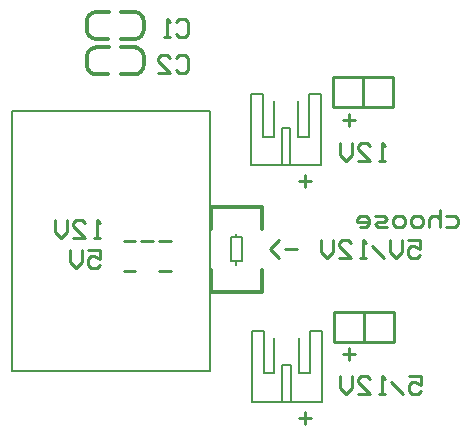
<source format=gbo>
G04*
G04 #@! TF.GenerationSoftware,Altium Limited,Altium Designer,19.1.6 (110)*
G04*
G04 Layer_Color=32896*
%FSLAX25Y25*%
%MOIN*%
G70*
G01*
G75*
%ADD11C,0.01000*%
%ADD34C,0.01200*%
%ADD67C,0.00800*%
%ADD68C,0.00787*%
%ADD69C,0.00512*%
D11*
X376339Y406024D02*
X396339D01*
Y416024D01*
X376339D02*
X396339D01*
X376339Y406024D02*
Y416024D01*
X386339Y406024D02*
Y416024D01*
X376693Y327677D02*
X396693D01*
Y337677D01*
X376693D02*
X396693D01*
X376693Y327677D02*
Y337677D01*
X386693Y327677D02*
Y337677D01*
X322441Y351362D02*
X318442D01*
X310445D02*
X306446D01*
X294450Y358360D02*
X298449D01*
Y355361D01*
X296449Y356361D01*
X295450D01*
X294450Y355361D01*
Y353362D01*
X295450Y352362D01*
X297449D01*
X298449Y353362D01*
X292451Y358360D02*
Y354362D01*
X290451Y352362D01*
X288452Y354362D01*
Y358360D01*
X322441Y361205D02*
X318442D01*
X316443D02*
X312444D01*
X310445D02*
X306446D01*
X298449Y362205D02*
X296449D01*
X297449D01*
Y368203D01*
X298449Y367203D01*
X289452Y362205D02*
X293450D01*
X289452Y366203D01*
Y367203D01*
X290451Y368203D01*
X292451D01*
X293450Y367203D01*
X287452Y368203D02*
Y364204D01*
X285453Y362205D01*
X283453Y364204D01*
Y368203D01*
X401119Y361510D02*
X405118D01*
Y358511D01*
X403119Y359510D01*
X402119D01*
X401119Y358511D01*
Y356511D01*
X402119Y355512D01*
X404118D01*
X405118Y356511D01*
X399120Y361510D02*
Y357511D01*
X397121Y355512D01*
X395121Y357511D01*
Y361510D01*
X393122Y355512D02*
X389123Y359510D01*
X387124Y355512D02*
X385125D01*
X386124D01*
Y361510D01*
X387124Y360510D01*
X378127Y355512D02*
X382126D01*
X378127Y359510D01*
Y360510D01*
X379127Y361510D01*
X381126D01*
X382126Y360510D01*
X376128Y361510D02*
Y357511D01*
X374128Y355512D01*
X372129Y357511D01*
Y361510D01*
X364131Y358511D02*
X360133D01*
X358133Y355512D02*
X355134Y358511D01*
X358133Y361510D01*
X414112Y369747D02*
X417111D01*
X418110Y368747D01*
Y366748D01*
X417111Y365748D01*
X414112D01*
X412112Y371746D02*
Y365748D01*
Y368747D01*
X411112Y369747D01*
X409113D01*
X408113Y368747D01*
Y365748D01*
X405114D02*
X403115D01*
X402115Y366748D01*
Y368747D01*
X403115Y369747D01*
X405114D01*
X406114Y368747D01*
Y366748D01*
X405114Y365748D01*
X399116D02*
X397117D01*
X396117Y366748D01*
Y368747D01*
X397117Y369747D01*
X399116D01*
X400116Y368747D01*
Y366748D01*
X399116Y365748D01*
X394118D02*
X391119D01*
X390119Y366748D01*
X391119Y367747D01*
X393118D01*
X394118Y368747D01*
X393118Y369747D01*
X390119D01*
X385121Y365748D02*
X387120D01*
X388120Y366748D01*
Y368747D01*
X387120Y369747D01*
X385121D01*
X384121Y368747D01*
Y367747D01*
X388120D01*
X383465Y401424D02*
X379466D01*
X381465Y403424D02*
Y399425D01*
X368898Y381346D02*
X364899D01*
X366898Y383345D02*
Y379346D01*
X368898Y302212D02*
X364899D01*
X366898Y304211D02*
Y300212D01*
X383465Y323471D02*
X379466D01*
X381465Y325471D02*
Y321472D01*
X393701Y387795D02*
X391701D01*
X392701D01*
Y393793D01*
X393701Y392794D01*
X384704Y387795D02*
X388702D01*
X384704Y391794D01*
Y392794D01*
X385703Y393793D01*
X387703D01*
X388702Y392794D01*
X382704Y393793D02*
Y389795D01*
X380705Y387795D01*
X378706Y389795D01*
Y393793D01*
X401513Y316234D02*
X405512D01*
Y313235D01*
X403512Y314235D01*
X402513D01*
X401513Y313235D01*
Y311236D01*
X402513Y310236D01*
X404512D01*
X405512Y311236D01*
X399514Y310236D02*
X395515Y314235D01*
X393516Y310236D02*
X391516D01*
X392516D01*
Y316234D01*
X393516Y315235D01*
X384519Y310236D02*
X388517D01*
X384519Y314235D01*
Y315235D01*
X385518Y316234D01*
X387518D01*
X388517Y315235D01*
X382519Y316234D02*
Y312236D01*
X380520Y310236D01*
X378520Y312236D01*
Y316234D01*
X323828Y422361D02*
X324828Y423361D01*
X326827D01*
X327827Y422361D01*
Y418363D01*
X326827Y417363D01*
X324828D01*
X323828Y418363D01*
X317830Y417363D02*
X321829D01*
X317830Y421362D01*
Y422361D01*
X318830Y423361D01*
X320829D01*
X321829Y422361D01*
X323828Y434172D02*
X324828Y435172D01*
X326827D01*
X327827Y434172D01*
Y430174D01*
X326827Y429174D01*
X324828D01*
X323828Y430174D01*
X321829Y429174D02*
X319830D01*
X320829D01*
Y435172D01*
X321829Y434172D01*
D34*
X297427Y425774D02*
G03*
X294213Y422560I0J-3214D01*
G01*
Y419974D02*
G03*
X297427Y416760I3214J0D01*
G01*
X310013D02*
G03*
X313227Y419974I0J3214D01*
G01*
Y422560D02*
G03*
X310013Y425774I-3214J0D01*
G01*
X297427Y437585D02*
G03*
X294213Y434371I0J-3214D01*
G01*
Y431785D02*
G03*
X297427Y428571I3214J0D01*
G01*
X310013D02*
G03*
X313227Y431785I0J3214D01*
G01*
Y434371D02*
G03*
X310013Y437585I-3214J0D01*
G01*
X297413Y425760D02*
X301713D01*
X294213Y419974D02*
Y422460D01*
X313227Y420074D02*
Y422560D01*
X305713Y425760D02*
X310513D01*
X305713Y416760D02*
X310013D01*
X297427D02*
X301327D01*
X297413Y437571D02*
X301713D01*
X294213Y431785D02*
Y434271D01*
X313227Y431885D02*
Y434371D01*
X305713Y437571D02*
X310513D01*
X305713Y428571D02*
X310013D01*
X297427D02*
X301327D01*
X335595Y372713D02*
X352594D01*
X335595Y344213D02*
X352594D01*
Y365213D02*
Y372713D01*
X335595Y365213D02*
Y372713D01*
Y344213D02*
Y351713D01*
X352594Y344213D02*
Y351713D01*
D67*
X364764Y396063D02*
Y407874D01*
Y396063D02*
X368307D01*
Y398425D01*
Y410236D01*
X368504D01*
X362067Y386949D02*
Y398917D01*
X372244Y386614D02*
Y410236D01*
X368504D02*
X372244D01*
X356496Y396063D02*
Y407874D01*
X352953Y396063D02*
X356496D01*
X352953D02*
Y398425D01*
Y410236D01*
X352756D02*
X352953D01*
X359193Y386949D02*
Y398917D01*
X349016Y386614D02*
Y410236D01*
X352756D01*
X359193Y398917D02*
X362067D01*
X349016Y386614D02*
X372244D01*
X364985Y317151D02*
Y328962D01*
Y317151D02*
X368529D01*
Y319513D01*
Y331324D01*
X368725D01*
X362288Y308036D02*
Y320005D01*
X372466Y307702D02*
Y331324D01*
X368725D02*
X372466D01*
X356718Y317151D02*
Y328962D01*
X353174Y317151D02*
X356718D01*
X353174D02*
Y319513D01*
Y331324D01*
X352977D02*
X353174D01*
X359415Y308036D02*
Y320005D01*
X349237Y307702D02*
Y331324D01*
X352977D01*
X359415Y320005D02*
X362288D01*
X349237Y307702D02*
X372466D01*
D68*
X269415Y317858D02*
X335163D01*
X269415D02*
Y404472D01*
X335163D01*
Y317858D02*
Y404472D01*
D69*
X344034Y353413D02*
Y354576D01*
X342164Y362450D02*
X345904D01*
X342164Y354576D02*
X345904D01*
X342164D02*
Y362450D01*
X345904Y354576D02*
Y362450D01*
X344034D02*
Y363513D01*
M02*

</source>
